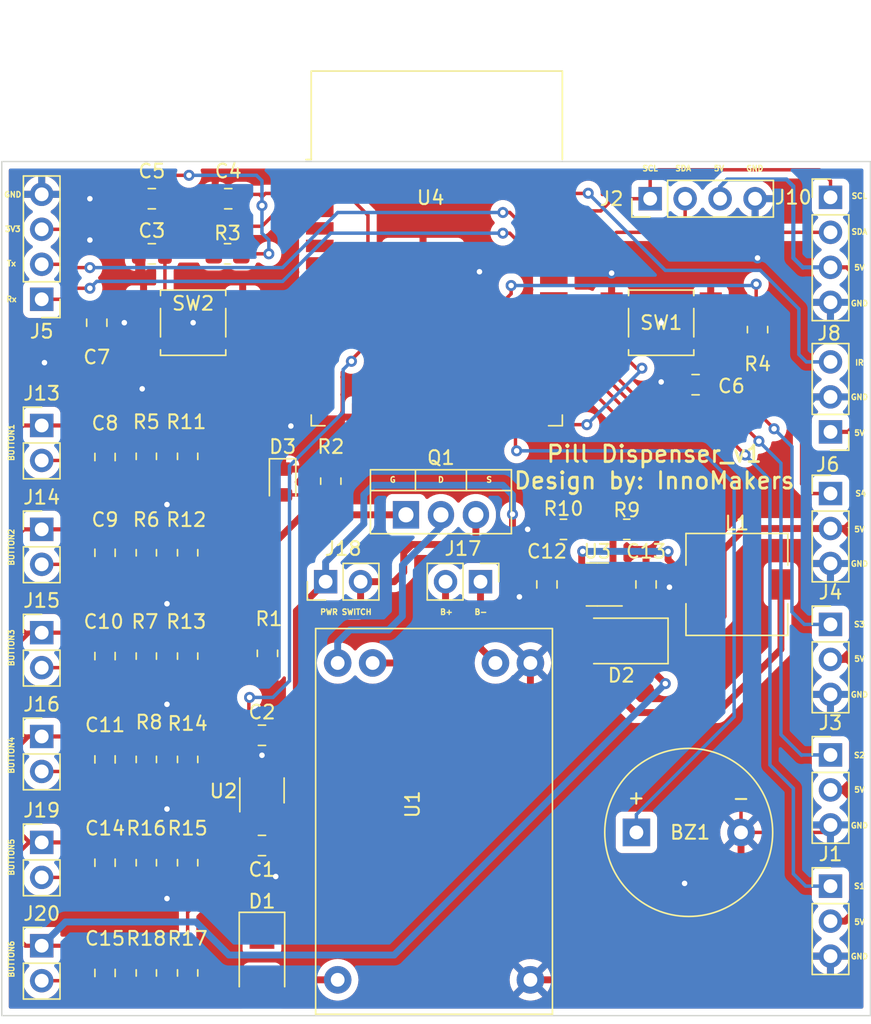
<source format=kicad_pcb>
(kicad_pcb (version 20211014) (generator pcbnew)
  (layers (0 "F.Cu" signal) (31 "B.Cu" signal) (34 "B.Paste" user) (35 "F.Paste" user) (36 "B.SilkS" user "B.Silkscreen") (37 "F.SilkS" user "F.Silkscreen") (38 "B.Mask" user) (39 "F.Mask" user) (44 "Edge.Cuts" user))
  (net 0 "")
  (net 1 "Buzzer")
  (net 2 "GND")
  (net 3 "VCC")
  (net 4 "+3V3")
  (net 5 "EN")
  (net 6 "IO0")
  (net 7 "USB")
  (net 8 "Net-(D2-Pad2)")
  (net 9 "SCL")
  (net 10 "SDA")
  (net 11 "Rx")
  (net 12 "Tx")
  (net 13 "Net-(Q1-Pad1)")
  (net 14 "Net-(C8-Pad1)")
  (net 15 "IO2")
  (net 16 "Button1")
  (net 17 "Button2")
  (net 18 "Button3")
  (net 19 "Servo2")
  (net 20 "Servo1")
  (net 21 "Button4")
  (net 22 "Servo3")
  (net 23 "Servo4")
  (net 24 "IR")
  (net 26 "+5V")
  (net 27 "Net-(D3-Pad2)")
  (net 28 "Net-(J17-Pad1)")
  (net 29 "Net-(C9-Pad1)")
  (net 30 "Net-(C10-Pad1)")
  (net 36 "Net-(C11-Pad1)")
  (net 37 "Net-(C14-Pad1)")
  (net 48 "Net-(C15-Pad1)")
  (net 49 "Net-(D1-Pad1)")
  (net 50 "Net-(J17-Pad2)")
  (net 51 "Net-(Q1-Pad2)")
  (net 52 "Net-(R10-Pad1)")
  (net 53 "Button5")
  (net 54 "Button6")
  (footprint "Capacitor_SMD:C_0805_2012Metric" (layer "F.Cu") (at 112.55 80 180)
    (fp_text reference "C4")
    (fp_text value "10uF")
  )
  (footprint "Resistor_SMD:R_0805_2012Metric_Pad1.20x1.40mm_HandSolder" (layer "F.Cu") (at 109.6 98.7 90)
    (fp_text reference "R11")
    (fp_text value "100")
  )
  (footprint "Connector_PinHeader_2.54mm:PinHeader_1x03_P2.54mm_Vertical" (layer "F.Cu") (at 156.3 101.4)
    (fp_text reference "J6")
    (fp_text value "Servo4")
  )
  (footprint "Connector_PinHeader_2.54mm:PinHeader_1x03_P2.54mm_Vertical" (layer "F.Cu") (at 156.3 110.9)
    (fp_text reference "J4")
    (fp_text value "Servo3")
  )
  (footprint "Connector_PinHeader_2.54mm:PinHeader_1x02_P2.54mm_Vertical" (layer "F.Cu") (at 99 111.5)
    (fp_text reference "J15")
    (fp_text value "Button3")
  )
  (footprint "Capacitor_SMD:C_0805_2012Metric" (layer "F.Cu") (at 142.9 108 90)
    (fp_text reference "C13")
    (fp_text value "47uF")
  )
  (footprint "Resistor_SMD:R_0805_2012Metric_Pad1.20x1.40mm_HandSolder" (layer "F.Cu") (at 109.6 128.2 90)
    (fp_text reference "R15")
    (fp_text value "100")
  )
  (footprint "Diode_SMD:D_SMA" (layer "F.Cu") (at 141.1 112.1 180)
    (fp_text reference "D2")
    (fp_text value "SS34")
  )
  (footprint "Resistor_SMD:R_0805_2012Metric_Pad1.20x1.40mm_HandSolder" (layer "F.Cu") (at 109.6 136.2 90)
    (fp_text reference "R17")
    (fp_text value "100")
  )
  (footprint "Capacitor_SMD:C_0805_2012Metric" (layer "F.Cu") (at 115 126.95)
    (fp_text reference "C1")
    (fp_text value "4.7uF")
  )
  (footprint "Package_TO_SOT_THT:TO-220-3_Vertical" (layer "F.Cu") (at 125.46 102.945)
    (fp_text reference "Q1")
    (fp_text value "IRF4905")
  )
  (footprint "Resistor_SMD:R_0805_2012Metric_Pad1.20x1.40mm_HandSolder" (layer "F.Cu") (at 106.6 113.2 90)
    (fp_text reference "R7")
    (fp_text value "10K")
  )
  (footprint "Capacitor_SMD:C_0805_2012Metric" (layer "F.Cu") (at 107 80)
    (fp_text reference "C5")
    (fp_text value "0.1uF")
  )
  (footprint "Resistor_SMD:R_0805_2012Metric_Pad1.20x1.40mm_HandSolder" (layer "F.Cu") (at 151 89.5 -90)
    (fp_text reference "R4")
    (fp_text value "10K")
  )
  (footprint "Resistor_SMD:R_0805_2012Metric_Pad1.20x1.40mm_HandSolder" (layer "F.Cu") (at 109.6 120.7 90)
    (fp_text reference "R14")
    (fp_text value "100")
  )
  (footprint "Connector_PinHeader_2.54mm:PinHeader_1x02_P2.54mm_Vertical" (layer "F.Cu") (at 99 96.46)
    (fp_text reference "J13")
    (fp_text value "Button1")
  )
  (footprint "Capacitor_SMD:C_0805_2012Metric" (layer "F.Cu") (at 103.6 128.2 90)
    (fp_text reference "C14")
    (fp_text value "0.1uF")
  )
  (footprint "Resistor_SMD:R_0805_2012Metric_Pad1.20x1.40mm_HandSolder" (layer "F.Cu") (at 112.5 84 180)
    (fp_text reference "R3")
    (fp_text value "10K")
  )
  (footprint "Package_TO_SOT_SMD:SOT-23-5_HandSoldering" (layer "F.Cu") (at 115 122.95 90)
    (fp_text reference "U2")
    (fp_text value "AP7366-33W5-7")
  )
  (footprint "Resistor_SMD:R_0805_2012Metric_Pad1.20x1.40mm_HandSolder" (layer "F.Cu") (at 120 100.5 -90)
    (fp_text reference "R2")
    (fp_text value "1K")
  )
  (footprint "Capacitor_SMD:C_0805_2012Metric" (layer "F.Cu") (at 135.7 108 -90)
    (fp_text reference "C12")
    (fp_text value "47uF")
  )
  (footprint "Resistor_SMD:R_0805_2012Metric_Pad1.20x1.40mm_HandSolder" (layer "F.Cu") (at 109.6 113.2 90)
    (fp_text reference "R13")
    (fp_text value "100")
  )
  (footprint "Capacitor_SMD:C_0805_2012Metric" (layer "F.Cu") (at 103.6 136.2 90)
    (fp_text reference "C15")
    (fp_text value "0.1uF")
  )
  (footprint "Connector_PinHeader_2.54mm:PinHeader_1x02_P2.54mm_Vertical" (layer "F.Cu") (at 99 119.035)
    (fp_text reference "J16")
    (fp_text value "Button4")
  )
  (footprint "Connector_PinHeader_2.54mm:PinHeader_1x03_P2.54mm_Vertical" (layer "F.Cu") (at 156.3 96.925 180)
    (fp_text reference "J8")
    (fp_text value "IR")
  )
  (footprint "Button_Switch_SMD:SW_SPST_TL3305A" (layer "F.Cu") (at 110 89)
    (fp_text reference "SW2")
    (fp_text value "SW_SPST")
  )
  (footprint "Capacitor_SMD:C_0805_2012Metric" (layer "F.Cu") (at 103 89 -90)
    (fp_text reference "C7")
    (fp_text value "0.1uF")
  )
  (footprint "Resistor_SMD:R_0805_2012Metric_Pad1.20x1.40mm_HandSolder" (layer "F.Cu") (at 141.5 104 180)
    (fp_text reference "R9")
    (fp_text value "14.7K")
  )
  (footprint "RF_Module:ESP32-WROOM-32" (layer "F.Cu") (at 127.7 86.6)
    (fp_text reference "U4")
    (fp_text value "ESP32-WROOM-32")
  )
  (footprint "Resistor_SMD:R_0805_2012Metric_Pad1.20x1.40mm_HandSolder" (layer "F.Cu") (at 106.6 120.7 90)
    (fp_text reference "R8")
    (fp_text value "10K")
  )
  (footprint "Connector_PinHeader_2.54mm:PinHeader_1x02_P2.54mm_Vertical" (layer "F.Cu") (at 99 134.225)
    (fp_text reference "J20")
    (fp_text value "Button6")
  )
  (footprint "Capacitor_SMD:C_0805_2012Metric" (layer "F.Cu") (at 115 118.95)
    (fp_text reference "C2")
    (fp_text value "10uF")
  )
  (footprint "Connector_PinHeader_2.54mm:PinHeader_1x02_P2.54mm_Vertical" (layer "F.Cu") (at 99 126.725)
    (fp_text reference "J19")
    (fp_text value "Button5")
  )
  (footprint "Resistor_SMD:R_0805_2012Metric_Pad1.20x1.40mm_HandSolder" (layer "F.Cu") (at 109.6 105.7 90)
    (fp_text reference "R12")
    (fp_text value "100")
  )
  (footprint "Connector_PinHeader_2.54mm:PinHeader_1x03_P2.54mm_Vertical" (layer "F.Cu") (at 156.3 120.375)
    (fp_text reference "J3")
    (fp_text value "Servo2")
  )
  (footprint "Connector_PinHeader_2.54mm:PinHeader_1x04_P2.54mm_Vertical" (layer "F.Cu") (at 156.3 79.9)
    (fp_text reference "J10")
    (fp_text value "RTC")
  )
  (footprint "Resistor_SMD:R_0805_2012Metric_Pad1.20x1.40mm_HandSolder" (layer "F.Cu") (at 106.6 128.2 90)
    (fp_text reference "R16")
    (fp_text value "10K")
  )
  (footprint "Capacitor_SMD:C_0805_2012Metric" (layer "F.Cu") (at 103.6 98.75 90)
    (fp_text reference "C8")
    (fp_text value "0.1uF")
  )
  (footprint "Inductor_SMD:L_7.3x7.3_H4.5" (layer "F.Cu") (at 149.5 108)
    (fp_text reference "L1")
    (fp_text value "22uH")
  )
  (footprint "Capacitor_SMD:C_0805_2012Metric" (layer "F.Cu") (at 103.6 105.7 90)
    (fp_text reference "C9")
    (fp_text value "0.1uF")
  )
  (footprint "Resistor_SMD:R_0805_2012Metric_Pad1.20x1.40mm_HandSolder" (layer "F.Cu") (at 136.9 104 180)
    (fp_text reference "R10")
    (fp_text value "2K")
  )
  (footprint "Package_TO_SOT_SMD:SOT-23-6" (layer "F.Cu") (at 139.3625 108 180)
    (fp_text reference "U3")
    (fp_text value "MT3608")
  )
  (footprint "Capacitor_SMD:C_0805_2012Metric" (layer "F.Cu") (at 107 84)
    (fp_text reference "C3")
    (fp_text value "0.1uF")
  )
  (footprint "Button_Switch_SMD:SW_SPST_TL3305A" (layer "F.Cu") (at 144 89)
    (fp_text reference "SW1")
    (fp_text value "SW_SPST")
  )
  (footprint "Buzzer_Beeper:Buzzer_12x9.5RM7.6" (layer "F.Cu") (at 142.2 126)
    (fp_text reference "BZ1")
    (fp_text value "Buzzer")
  )
  (footprint "Connector_PinHeader_2.54mm:PinHeader_1x04_P2.54mm_Vertical" (layer "F.Cu") (at 99 87.3 180)
    (fp_text reference "J5")
    (fp_text value "UART")
  )
  (footprint "Resistor_SMD:R_0805_2012Metric_Pad1.20x1.40mm_HandSolder" (layer "F.Cu") (at 106.6 136.2 90)
    (fp_text reference "R18")
    (fp_text value "10K")
  )
  (footprint "Connector_PinHeader_2.54mm:PinHeader_1x02_P2.54mm_Vertical" (layer "F.Cu") (at 130.875 107.8 -90)
    (fp_text reference "J17")
    (fp_text value "BAttery")
  )
  (footprint "Resistor_SMD:R_0805_2012Metric_Pad1.20x1.40mm_HandSolder" (layer "F.Cu") (at 115.4 113 90)
    (fp_text reference "R1")
    (fp_text value "10K")
  )
  (footprint "Diode_SMD:D_SMA" (layer "F.Cu") (at 115 135.2 -90)
    (fp_text reference "D1")
    (fp_text value "SS12")
  )
  (footprint "Resistor_SMD:R_0805_2012Metric_Pad1.20x1.40mm_HandSolder" (layer "F.Cu") (at 106.6 105.7 90)
    (fp_text reference "R6")
    (fp_text value "10K")
  )
  (footprint "My_Design:TP4056_Module" (layer "F.Cu") (at 136.1 139.2 90)
    (fp_text reference "U1")
    (fp_text value "TP4056_Module")
  )
  (footprint "Connector_PinHeader_2.54mm:PinHeader_1x03_P2.54mm_Vertical" (layer "F.Cu") (at 156.3 129.9)
    (fp_text reference "J1")
    (fp_text value "Servo1")
  )
  (footprint "Capacitor_SMD:C_0805_2012Metric" (layer "F.Cu") (at 103.6 113.2 90)
    (fp_text reference "C10")
    (fp_text value "0.1uF")
  )
  (footprint "Connector_PinHeader_2.54mm:PinHeader_1x02_P2.54mm_Vertical" (layer "F.Cu") (at 99 104)
    (fp_text reference "J14")
    (fp_text value "Button2")
  )
  (footprint "Connector_PinHeader_2.54mm:PinHeader_1x02_P2.54mm_Vertical" (layer "F.Cu") (at 119.625 107.8 90)
    (fp_text reference "J18")
    (fp_text value "Power Switch")
  )
  (footprint "Resistor_SMD:R_0805_2012Metric_Pad1.20x1.40mm_HandSolder" (layer "F.Cu") (at 106.6 98.7 90)
    (fp_text reference "R5")
    (fp_text value "10K")
  )
  (footprint "Capacitor_SMD:C_0805_2012Metric" (layer "F.Cu") (at 103.6 120.7 90)
    (fp_text reference "C11")
    (fp_text value "0.1uF")
  )
  (footprint "Connector_PinHeader_2.54mm:PinHeader_1x04_P2.54mm_Vertical" (layer "F.Cu") (at 143.2 80 90)
    (fp_text reference "J2")
    (fp_text value "LCD Display")
  )
  (footprint "Capacitor_SMD:C_0805_2012Metric" (layer "F.Cu") (at 146.5 93.5)
    (fp_text reference "C6")
    (fp_text value "0.1uF")
  )
  (footprint "LED_SMD:LED_0805_2012Metric" (layer "F.Cu") (at 116.5 100.562499 -90)
    (fp_text reference "D3")
    (fp_text value "LED")
  )
  (gr_poly (pts (xy 159.2 139.3) (xy 96.1 139.3) (xy 96.1 77.3) (xy 159.2 77.3)) (layer "Edge.Cuts") (width 0.1) (fill none))
  (gr_text "D" (at 128 100.4) (layer "F.SilkS") (effects (font (size 0.4 0.4) (thickness 0.1))))
  (gr_text "5V" (at 158.4 85) (layer "F.SilkS") (effects (font (size 0.4 0.4) (thickness 0.1))))
  (gr_text "5V" (at 148.2 77.8) (layer "F.SilkS") (effects (font (size 0.4 0.4) (thickness 0.1))))
  (gr_text "BUTTON4" (at 96.8 120.4 90) (layer "F.SilkS") (effects (font (size 0.4 0.4) (thickness 0.1))))
  (gr_text "3V3" (at 96.9 82.2) (layer "F.SilkS") (effects (font (size 0.4 0.4) (thickness 0.1))))
  (gr_text "Tx" (at 96.8 84.7) (layer "F.SilkS") (effects (font (size 0.4 0.4) (thickness 0.1))))
  (gr_text "S1" (at 158.4 129.9) (layer "F.SilkS") (effects (font (size 0.4 0.4) (thickness 0.1))))
  (gr_text "GND" (at 150.8 77.8) (layer "F.SilkS") (effects (font (size 0.4 0.4) (thickness 0.1))))
  (gr_text "5V" (at 158.4 104) (layer "F.SilkS") (effects (font (size 0.4 0.4) (thickness 0.1))))
  (gr_text "Pill Dispenser_v1\nDesign by: InnoMakers" (at 143.5 99.5) (layer "F.SilkS") (effects (font (size 1.2 1.2) (thickness 0.2))))
  (gr_text "GND" (at 158.4 125.5) (layer "F.SilkS") (effects (font (size 0.4 0.4) (thickness 0.1))))
  (gr_text "GND" (at 158.4 135) (layer "F.SilkS") (effects (font (size 0.4 0.4) (thickness 0.1))))
  (gr_text "B+" (at 128.4 110) (layer "F.SilkS") (effects (font (size 0.4 0.4) (thickness 0.1))))
  (gr_text "B-" (at 130.9 110) (layer "F.SilkS") (effects (font (size 0.4 0.4) (thickness 0.1))))
  (gr_text "S3" (at 158.4 110.9) (layer "F.SilkS") (effects (font (size 0.4 0.4) (thickness 0.1))))
  (gr_text "PWR SWITCH" (at 121.1 110) (layer "F.SilkS") (effects (font (size 0.4 0.4) (thickness 0.1))))
  (gr_text "-" (at 149.8 123.5) (layer "F.SilkS") (effects (font (size 1 1))))
  (gr_text "GND" (at 96.9 79.7) (layer "F.SilkS") (effects (font (size 0.4 0.4) (thickness 0.1))))
  (gr_text "BUTTON3" (at 96.8 112.6 90) (layer "F.SilkS") (effects (font (size 0.4 0.4) (thickness 0.1))))
  (gr_text "GND" (at 158.4 116) (layer "F.SilkS") (effects (font (size 0.4 0.4) (thickness 0.1))))
  (gr_text "5V" (at 158.4 132.5) (layer "F.SilkS") (effects (font (size 0.4 0.4) (thickness 0.1))))
  (gr_text "5V" (at 158.4 113.4) (layer "F.SilkS") (effects (font (size 0.4 0.4) (thickness 0.1))))
  (gr_text "BUTTON6" (at 96.8 135.2 90) (layer "F.SilkS") (effects (font (size 0.4 0.4) (thickness 0.1))))
  (gr_text "SDA" (at 145.6 77.8) (layer "F.SilkS") (effects (font (size 0.4 0.4) (thickness 0.1))))
  (gr_text "BUTTON1" (at 96.8 97.7 90) (layer "F.SilkS") (effects (font (size 0.4 0.4) (thickness 0.1))))
  (gr_text "S4" (at 158.5 101.4) (layer "F.SilkS") (effects (font (size 0.4 0.4) (thickness 0.1))))
  (gr_text "GND" (at 158.4 94.4) (layer "F.SilkS") (effects (font (size 0.4 0.4) (thickness 0.1))))
  (gr_text "BUTTON2" (at 96.8 105.3 90) (layer "F.SilkS") (effects (font (size 0.4 0.4) (thickness 0.1))))
  (gr_text "SCL" (at 143.2 77.8) (layer "F.SilkS") (effects (font (size 0.4 0.4) (thickness 0.1))))
  (gr_text "S2" (at 158.4 120.4) (layer "F.SilkS") (effects (font (size 0.4 0.4) (thickness 0.1))))
  (gr_text "GND" (at 158.4 106.5) (layer "F.SilkS") (effects (font (size 0.4 0.4) (thickness 0.1))))
  (gr_text "5V" (at 158.4 97) (layer "F.SilkS") (effects (font (size 0.4 0.4) (thickness 0.1))))
  (gr_text "BUTTON5" (at 96.8 127.8 90) (layer "F.SilkS") (effects (font (size 0.4 0.4) (thickness 0.1))))
  (gr_text "IR" (at 158.4 91.9) (layer "F.SilkS") (effects (font (size 0.4 0.4) (thickness 0.1))))
  (gr_text "S" (at 131.5 100.4) (layer "F.SilkS") (effects (font (size 0.4 0.4) (thickness 0.1))))
  (gr_text "5V" (at 158.4 122.9) (layer "F.SilkS") (effects (font (size 0.4 0.4) (thickness 0.1))))
  (gr_text "SDA" (at 158.4 82.4) (layer "F.SilkS") (effects (font (size 0.4 0.4) (thickness 0.1))))
  (gr_text "GND" (at 158.4 87.6) (layer "F.SilkS") (effects (font (size 0.4 0.4) (thickness 0.1))))
  (gr_text "SCL" (at 158.4 79.8) (layer "F.SilkS") (effects (font (size 0.4 0.4) (thickness 0.1))))
  (gr_text "Rx" (at 96.8 87.3) (layer "F.SilkS") (effects (font (size 0.4 0.4) (thickness 0.1))))
  (gr_text "G" (at 124.5 100.4) (layer "F.SilkS") (effects (font (size 0.4 0.4) (thickness 0.1))))
  (segment (start 133.415 95.855) (end 133.415 98.215) (width 0.25) (layer "F.Cu") (net 1))
  (segment (start 133.415 98.215) (end 133.5 98.3) (width 0.25) (layer "F.Cu") (net 1))
  (via (at 133.5 98.3) (size 0.8) (drill 0.4) (layers "F.Cu" "B.Cu") (net 1))
  (segment (start 142.2 124.7) (end 142.2 126) (width 0.25) (layer "B.Cu") (net 1))
  (segment (start 149.3 100.7) (end 149.3 117.6) (width 0.25) (layer "B.Cu") (net 1))
  (segment (start 149.3 117.6) (end 142.2 124.7) (width 0.25) (layer "B.Cu") (net 1))
  (segment (start 133.5 98.3) (end 146.9 98.3) (width 0.25) (layer "B.Cu") (net 1))
  (segment (start 146.9 98.3) (end 149.3 100.7) (width 0.25) (layer "B.Cu") (net 1))
  (segment (start 106.4 84.35) (end 106.4 87.5) (width 0.25) (layer "F.Cu") (net 2))
  (segment (start 156.3 134.98) (end 149.42 134.98) (width 0.5) (layer "F.Cu") (net 2))
  (segment (start 140.5 108) (end 141.5 108) (width 0.5) (layer "F.Cu") (net 2))
  (segment (start 135.9 104) (end 134.3 104) (width 0.5) (layer "F.Cu") (net 2))
  (segment (start 149.8 120.7) (end 154.52 115.98) (width 0.25) (layer "F.Cu") (net 2))
  (segment (start 106.6 118.2) (end 106.6 119.7) (width 0.25) (layer "F.Cu") (net 2))
  (segment (start 149.8 126) (end 149.8 120.7) (width 0.25) (layer "F.Cu") (net 2))
  (segment (start 116.5 97.1) (end 117.1 96.5) (width 0.25) (layer "F.Cu") (net 2))
  (segment (start 108.1 116.7) (end 106.6 118.2) (width 0.25) (layer "F.Cu") (net 2))
  (segment (start 112 87.5) (end 110.5 89) (width 0.25) (layer "F.Cu") (net 2))
  (segment (start 140.66 136.7) (end 142.38 134.98) (width 0.5) (layer "F.Cu") (net 2))
  (segment (start 104.5 87.5) (end 106.4 87.5) (width 0.25) (layer "F.Cu") (net 2))
  (segment (start 108.1 130.8) (end 106.6 132.3) (width 0.25) (layer "F.Cu") (net 2))
  (segment (start 115 125.6) (end 115.95 126.55) (width 0.25) (layer "F.Cu") (net 2))
  (segment (start 144 87.6) (end 143.9 87.5) (width 0.25) (layer "F.Cu") (net 2))
  (segment (start 151 84.3) (end 149 84.3) (width 0.25) (layer "F.Cu") (net 2))
  (segment (start 143.9 87.5) (end 147.6 87.5) (width 0.25) (layer "F.Cu") (net 2))
  (segment (start 130.8 85.3) (end 130.7 85.2) (width 0.25) (layer "F.Cu") (net 2))
  (segment (start 102.5 83) (end 103.5 84) (width 0.25) (layer "F.Cu") (net 2))
  (segment (start 106.6 103.7) (end 106.6 104.7) (width 0.25) (layer "F.Cu") (net 2))
  (segment (start 141.5 108) (end 142.45 107.05) (width 0.5) (layer "F.Cu") (net 2))
  (segment (start 106.05 82.45) (end 106.05 84) (width 0.25) (layer "F.Cu") (net 2))
  (segment (start 155.755 126) (end 156.3 125.455) (width 0.25) (layer "F.Cu") (net 2))
  (segment (start 130.7 85.2) (end 130.7 79.1) (width 0.25) (layer "F.Cu") (net 2))
  (segment (start 140.4 87.5) (end 143.9 87.5) (width 0.25) (layer "F.Cu") (net 2))
  (segment (start 106.6 132.3) (end 106.6 135.2) (width 0.25) (layer "F.Cu") (net 2))
  (segment (start 117.1 96.5) (end 117.745 95.855) (width 0.25) (layer "F.Cu") (net 2))
  (segment (start 112.155 78.345) (end 119.2 78.345) (width 0.25) (layer "F.Cu") (net 2))
  (segment (start 142.9 107.05) (end 143.45 107.05) (width 0.5) (layer "F.Cu") (net 2))
  (segment (start 129.945 78.345) (end 130.7 79.1) (width 0.25) (layer "F.Cu") (net 2))
  (segment (start 149.42 134.98) (end 142.38 134.98) (width 0.5) (layer "F.Cu") (net 2))
  (segment (start 135.7 112.5) (end 134.5 113.7) (width 0.5) (layer "F.Cu") (net 2))
  (segment (start 107.95 80) (end 107.95 81.55) (width 0.25) (layer "F.Cu") (net 2))
  (segment (start 144 93.3) (end 145.35 93.3) (width 0.25) (layer "F.Cu") (net 2))
  (segment (start 133.75 108.95) (end 133.7 108.9) (width 0.5) (layer "F.Cu") (net 2))
  (segment (start 103 88.05) (end 103.95 88.05) (width 0.25) (layer "F.Cu") (net 2))
  (segment (start 104.05 88.05) (end 103.95 88.05) (width 0.25) (layer "F.Cu") (net 2))
  (segment (start 142.45 107.05) (end 142.9 107.05) (width 0.5) (layer "F.Cu") (net 2))
  (segment (start 115.95 129.15) (end 116 129.2) (width 0.25) (layer "F.Cu") (net 2))
  (segment (start 117.745 95.855) (end 121.985 95.855) (width 0.25) (layer "F.Cu") (net 2))
  (segment (start 106.5 82) (end 106.05 82.45) (width 0.25) (layer "F.Cu") (net 2))
  (segment (start 156.3 106.48) (end 154.82 106.48) (width 0.25) (layer "F.Cu") (net 2))
  (segment (start 115.95 114.55) (end 115.95 118.95) (width 0.5) (layer "F.Cu") (net 2))
  (segment (start 103.95 88.05) (end 104.5 87.5) (width 0.25) (layer "F.Cu") (net 2))
  (segment (start 115.95 126.95) (end 115.95 129.15) (width 0.25) (layer "F.Cu") (net 2))
  (segment (start 108.1 124.3) (end 106.6 125.8) (width 0.25) (layer "F.Cu") (net 2))
  (segment (start 106.6 110.9) (end 106.6 112.2) (width 0.25) (layer "F.Cu") (net 2))
  (segment (start 116.5 99.624999) (end 116.5 97.1) (width 0.25) (layer "F.Cu") (net 2))
  (segment (start 115 119.9) (end 115.95 118.95) (width 0.25) (layer "F.Cu") (net 2))
  (segment (start 149 84.3) (end 147.6 85.7) (width 0.25) (layer "F.Cu") (net 2))
  (segment (start 106.6 97.7) (end 106.6 94.1) (width 0.25) (layer "F.Cu") (net 2))
  (segment (start 119.2 78.345) (end 126.645 78.345) (width 0.25) (layer "F.Cu") (net 2))
  (segment (start 115.4 114) (end 115.95 114.55) (width 0.5) (layer "F.Cu") (net 2))
  (segment (start 110.5 89) (end 110 89) (width 0.25) (layer "F.Cu") (net 2))
  (segment (start 107.95 80) (end 111.6 80) (width 0.25) (layer "F.Cu") (net 2))
  (segment (start 142.38 134.98) (end 134.5 127.1) (width 0.5) (layer "F.Cu") (net 2))
  (segment (start 102.18 79.68) (end 99 79.68) (width 0.25) (layer "F.Cu") (net 2))
  (segment (start 106.05 84) (end 106.4 84.35) (width 0.25) (layer "F.Cu") (net 2))
  (segment (start 115 120.3) (end 115 119.9) (width 0.25) (layer "F.Cu") (net 2))
  (segment (start 149.8 134.6) (end 149.8 126) (width 0.5) (layer "F.Cu") (net 2))
  (segment (start 143.45 107.05) (end 144.6 108.2) (width 0.5) (layer "F.Cu") (net 2))
  (segment (start 126.7 78.4) (end 126.645 78.345) (width 0.25) (layer "F.Cu") (net 2))
  (segment (start 154.2 115.66) (end 154.52 115.98) (width 0.25) (layer "F.Cu") (net 2))
  (segment (start 147.6 85.7) (end 147.6 87.5) (width 0.25) (layer "F.Cu") (net 2))
  (segment (start 145.35 93.3) (end 145.55 93.5) (width 0.25) (layer "F.Cu") (net 2))
  (segment (start 115 124.3) (end 115 125.6) (width 0.25) (layer "F.Cu") (net 2))
  (segment (start 154.2 107.1) (end 154.2 115.66) (width 0.25) (layer "F.Cu") (net 2))
  (segment (start 144 89) (end 144 87.6) (width 0.25) (layer "F.Cu") (net 2))
  (segment (start 130.7 79.1) (end 131.455 78.345) (width 0.25) (layer "F.Cu") (net 2))
  (segment (start 154.22 87.52) (end 156.3 87.52) (width 0.25) (layer "F.Cu") (net 2))
  (segment (start 151 84.3) (end 154.22 87.52) (width 0.25) (layer "F.Cu") (net 2))
  (segment (start 135.7 108.95) (end 133.75 108.95) (width 0.5) (layer "F.Cu") (net 2))
  (segment (start 107.5 82) (end 106.5 82) (width 0.25) (layer "F.Cu") (net 2))
  (segment (start 102.5 80) (end 102.18 79.68) (width 0.25) (layer "F.Cu") (net 2))
  (segment (start 105 89) (end 104.05 88.05) (width 0.25) (layer "F.Cu") (net 2))
  (segment (start 106.6 125.8) (end 106.6 127.2) (width 0.25) (layer "F.Cu") (net 2))
  (segment (start 108.1 102.2) (end 106.6 103.7) (width 0.25) (layer "F.Cu") (net 2))
  (segment (start 154.82 106.48) (end 154.2 107.1) (width 0.25) (layer "F.Cu") (net 2))
  (segment (start 107.95 81.55) (end 107.5 82) (width 0.25) (layer "F.Cu") (net 2))
  (segment (start 134.5 127.1) (end 134.5 113.7) (width 0.5) (layer "F.Cu") (net 2))
  (segment (start 111.6 80) (end 111.6 78.9) (width 0.25) (layer "F.Cu") (net 2))
  (segment (start 111.6 78.9) (end 112.155 78.345) (width 0.25) (layer "F.Cu") (net 2))
  (segment (start 126.645 78.345) (end 129.945 78.345) (width 0.25) (layer "F.Cu") (net 2))
  (segment (start 106.6 94.1) (end 106.3 93.8) (width 0.25) (layer "F.Cu") (net 2))
  (segment (start 149.8 126) (end 155.755 126) (width 0.25) (layer "F.Cu") (net 2))
  (segment (start 134.5 136.7) (end 140.66 136.7) (width 0.5) (layer "F.Cu") (net 2))
  (segment (start 113.6 87.5) (end 112 87.5) (width 0.25) (layer "F.Cu") (net 2))
  (segment (start 140.4 85.4) (end 140.4 87.5) (width 0.25) (layer "F.Cu") (net 2))
  (segment (start 103.5 84) (end 106.05 84) (width 0.25) (layer "F.Cu") (net 2))
  (segment (start 108.1 109.4) (end 106.6 110.9) (width 0.25) (layer "F.Cu") (net 2))
  (segment (start 149.42 134.98) (end 149.8 134.6) (width 0.5) (layer "F.Cu") (net 2))
  (segment (start 154.52 115.98) (end 156.3 115.98) (width 0.25) (layer "F.Cu") (net 2))
  (segment (start 115.95 126.55) (end 115.95 126.95) (width 0.25) (layer "F.Cu") (net 2))
  (segment (start 131.455 78.345) (end 136.2 78.345) (width 0.25) (layer "F.Cu") (net 2))
  (segment (start 126.7 85.845) (end 126.7 78.4) (width 0.25) (layer "F.Cu") (net 2))
  (segment (start 135.7 108.95) (end 135.7 112.5) (width 0.5) (layer "F.Cu") (net 2))
  (via (at 106.3 93.8) (size 0.8) (drill 0.4) (layers "F.Cu" "B.Cu") (net 2))
  (via (at 108.1 124.3) (size 0.8) (drill 0.4) (layers "F.Cu" "B.Cu") (net 2))
  (via (at 115 120.4) (size 0.8) (drill 0.4) (layers "F.Cu" "B.Cu") (net 2))
  (via (at 140.4 85.4) (size 0.8) (drill 0.4) (layers "F.Cu" "B.Cu") (net 2))
  (via (at 130.8 85.3) (size 0.8) (drill 0.4) (layers "F.Cu" "B.Cu") (net 2))
  (via (at 102.5 80) (size 0.8) (drill 0.4) (layers "F.Cu" "B.Cu") (net 2))
  (via (at 151 84.3) (size 0.8) (drill 0.4) (layers "F.Cu" "B.Cu") (net 2))
  (via (at 144 89) (size 0.8) (drill 0.4) (layers "F.Cu" "B.Cu") (net 2))
  (via (at 144 93.3) (size 0.8) (drill 0.4) (layers "F.Cu" "B.Cu") (net 2))
  (via (at 102.5 83) (size 0.8) (drill 0.4) (layers "F.Cu" "B.Cu") (net 2))
  (via (at 105 89) (size 0.8) (drill 0.4) (layers "F.Cu" "B.Cu") (net 2))
  (via (at 108.1 102.2) (size 0.8) (drill 0.4) (layers "F.Cu" "B.Cu") (net 2))
  (via (at 108.1 130.8) (size 0.8) (drill 0.4) (layers "F.Cu" "B.Cu") (net 2))
  (via (at 134.3 104) (size 0.8) (drill 0.4) (layers "F.Cu" "B.Cu") (net 2))
  (via (at 108.1 109.4) (size 0.8) (drill 0.4) (layers "F.Cu" "B.Cu") (net 2))
  (via (at 99.2 91.9) (size 0.8) (drill 0.4) (layers "F.Cu" "B.Cu") (net 2))
  (via (at 108.1 116.7) (size 0.8) (drill 0.4) (layers "F.Cu" "B.Cu") (net 2))
  (via (at 144.6 108.2) (size 0.8) (drill 0.4) (layers "F.Cu" "B.Cu") (net 2))
  (via (at 110 89) (size 0.8) (drill 0.4) (layers "F.Cu" "B.Cu") (net 2))
  (via (at 133.7 108.9) (size 0.8) (drill 0.4) (layers "F.Cu" "B.Cu") (net 2))
  (via (at 117.1 96.5) (size 0.8) (drill 0.4) (layers "F.Cu" "B.Cu") (net 2))
  (via (at 145.7 129.7) (size 0.8) (drill 0.4) (layers "F.Cu" "B.Cu") (net 2))
  (via (at 116 129.2) (size 0.8) (drill 0.4) (layers "F.Cu" "B.Cu") (net 2))
  (segment (start 158.2 93.8) (end 157.615 94.385) (width 0.25) (layer "B.Cu") (net 2))
  (segment (start 157.615 94.385) (end 156.3 94.385) (width 0.25) (layer "B.Cu") (net 2))
  (segment (start 143.8 110.4) (end 144.6 109.6) (width 0.5) (layer "B.Cu") (net 2))
  (segment (start 130.8 85.3) (end 140.3 85.3) (width 0.25) (layer "B.Cu") (net 2))
  (segment (start 133.7 108.9) (end 133.7 104.6) (width 0.5) (layer "B.Cu") (net 2))
  (segment (start 157.62 87.52) (end 158.2 88.1) (width 0.25) (layer "B.Cu") (net 2))
  (segment (start 133.7 109.6) (end 134.5 110.4) (width 0.5) (layer "B.Cu") (net 2))
  (segment (start 108.1 109.4) (end 108.1 116.7) (width 0.25) (layer "B.Cu") (net 2))
  (segment (start 115 120.4) (end 113.1 120.4) (width 0.25) (layer "B.Cu") (net 2))
  (segment (start 110 89.4) (end 117.1 96.5) (width 0.25) (layer "B.Cu") (net 2))
  (segment (start 106.3 93.8) (end 105 92.5) (width 0.25) (layer "B.Cu") (net 2))
  (segment (start 144 93.3) (end 144 89) (width 0.25) (layer "B.Cu") (net 2))
  (segment (start 156.3 87.52) (end 157.62 87.52) (width 0.25) (layer "B.Cu") (net 2))
  (segment (start 113.1 120.4) (end 112.2 121.3) (width 0.25) (layer "B.Cu") (net 2))
  (segment (start 108.1 124.3) (end 108.1 130.8) (width 0.25) (layer "B.Cu") (net 2))
  (segment (start 108.1 116.7) (end 108.1 124.3) (width 0.25) (layer "B.Cu") (net 2))
  (segment (start 112.2 125.4) (end 112.2 128.3) (width 0.25) (layer "B.Cu") (net 2))
  (segment (start 150.82 80) (end 150.82 84.12) (width 0.25) (layer "B.Cu") (net 2))
  (segment (start 112.2 128.3) (end 113.1 129.2) (width 0.25) (layer "B.Cu") (net 2))
  (segment (start 110 89) (end 110 89.4) (width 0.25) (layer "B.Cu") (net 2))
  (segment (start 155.315 94.385) (end 154.4 95.3) (width 0.25) (layer "B.Cu") (net 2))
  (segment (start 112.2 123.2) (end 111.1 124.3) (width 0.25) (layer "B.Cu") (net 2))
  (segment (start 107.4 93.8) (end 108.1 94.5) (width 0.25) (layer "B.Cu") (net 2))
  (segment (start 144.6 109.4) (end 144.6 108.2) (width 0.5) (layer "B.Cu") (net 2))
  (segment (start 108.1 124.3) (end 111.1 124.3) (width 0.25) (layer "B.Cu") (net 2))
  (segment (start 133.7 104.6) (end 134.3 104) (width 0.5) (layer "B.Cu") (net 2))
  (segment (start 133.7 108.9) (end 133.7 109.6) (width 0.5) (layer "B.Cu") (net 2))
  (segment (start 154.98 106.48) (end 156.3 106.48) (width 0.25) (layer "B.Cu") (net 2))
  (segment (start 108.1 94.5) (end 108.1 102.2) (width 0.25) (layer "B.Cu") (net 2))
  (segment (start 144.6 109.6) (end 144.6 108.2) (width 0.5) (layer "B.Cu") (net 2))
  (segment (start 158.2 88.1) (end 158.2 93.8) (width 0.25) (layer "B.Cu") (net 2))
  (segment (start 150.82 84.12) (end 151 84.3) (width 0.25) (layer "B.Cu") (net 2))
  (segment (start 154.4 95.3) (end 154.4 105.9) (width 0.25) (layer "B.Cu") (net 2))
  (segment (start 111.1 124.3) (end 112.2 125.4) (width 0.25) (layer "B.Cu") (net 2))
  (segment (start 113.1 129.2) (end 116 129.2) (width 0.25) (layer "B.Cu") (net 2))
  (segment (start 154.4 105.9) (end 154.98 106.48) (width 0.25) (layer "B.Cu") (net 2))
  (segment (start 134.5 110.4) (end 143.8 110.4) (width 0.5) (layer "B.Cu") (net 2))
  (segment (start 102.5 80) (end 102.5 83) (width 0.25) (layer "B.Cu") (net 2))
  (segment (start 106.3 93.8) (end 107.4 93.8) (width 0.25) (layer "B.Cu") (net 2))
  (segment (start 108.1 102.2) (end 108.1 109.4) (width 0.25) (layer "B.Cu") (net 2))
  (segment (start 156.3 94.385) (end 155.315 94.385) (width 0.25) (layer "B.Cu") (net 2))
  (segment (start 140.3 85.3) (end 140.4 85.4) (width 0.25) (layer "B.Cu") (net 2))
  (segment (start 105 89) (end 110 89) (width 0.25) (layer "B.Cu") (net 2))
  (segment (start 105 92.5) (end 105 89) (width 0.25) (layer "B.Cu") (net 2))
  (segment (start 112.2 121.3) (end 112.2 123.2) (width 0.25) (layer "B.Cu") (net 2))
  (segment (start 134.45 107.05) (end 135.7 107.05) (width 0.5) (layer "F.Cu") (net 3))
  (segment (start 114.05 130.15) (end 114.6 130.7) (width 0.5) (layer "F.Cu") (net 3))
  (segment (start 138.225 107.05) (end 138.225 105.675) (width 0.5) (layer "F.Cu") (net 3))
  (segment (start 115.7 123) (end 114.2 123) (width 0.5) (layer "F.Cu") (net 3))
  (segment (start 114.6 130.7) (end 117.1 130.7) (width 0.5) (layer "F.Cu") (net 3))
  (segment (start 138.225 108) (end 138.225 107.05) (width 0.5) (layer "F.Cu") (net 3))
  (segment (start 133.2 105.8) (end 134.45 107.05) (width 0.5) (layer "F.Cu") (net 3))
  (segment (start 144.5 106.2) (end 146.3 108) (width 0.5) (layer "F.Cu") (net 3))
  (segment (start 115.95 124.3) (end 115.95 123.25) (width 0.5) (layer "F.Cu") (net 3))
  (segment (start 144.5 105.6) (end 144.5 106.2) (width 0.5) (layer "F.Cu") (net 3))
  (segment (start 114.05 123.15) (end 114.05 124.3) (width 0.5) (layer "F.Cu") (net 3))
  (segment (start 114.05 126.95) (end 114.05 124.3) (width 0.5) (layer "F.Cu") (net 3))
  (segment (start 114.05 126.95) (end 114.05 130.15) (width 0.5) (layer "F.Cu") (net 3))
  (segment (start 133.2 102.9) (end 133.2 105.8) (width 0.5) (layer "F.Cu") (net 3))
  (segment (start 117.5 109.925) (end 119.625 107.8) (width 0.5) (layer "F.Cu") (net 3))
  (segment (start 135.7 107.05) (end 138.225 107.05) (width 0.5) (layer "F.Cu") (net 3))
  (segment (start 115.95 123.25) (end 115.7 123) (width 0.5) (layer "F.Cu") (net 3))
  (segment (start 117.1 130.7) (end 117.5 130.3) (width 0.5) (layer "F.Cu") (net 3))
  (segment (start 117.5 130.3) (end 117.5 109.925) (width 0.5) (layer "F.Cu") (net 3))
  (segment (start 114.2 123) (end 114.05 123.15) (width 0.5) (layer "F.Cu") (net 3))
  (segment (start 138.225 105.675) (end 138.3 105.6) (width 0.5) (layer "F.Cu") (net 3))
  (via (at 138.3 105.6) (size 0.8) (drill 0.4) (layers "F.Cu" "B.Cu") (net 3))
  (via (at 144.5 105.6) (size 0.8) (drill 0.4) (layers "F.Cu" "B.Cu") (net 3))
  (via (at 133.2 102.9) (size 0.8) (drill 0.4) (layers "F.Cu" "B.Cu") (net 3))
  (segment (start 119.625 107.8) (end 119.625 106.375) (width 0.5) (layer "B.Cu") (net 3))
  (segment (start 122.4 101.5) (end 123.1 100.8) (width 0.5) (layer "B.Cu") (net 3))
  (segment (start 132.5 100.8) (end 133.2 101.5) (width 0.5) (layer "B.Cu") (net 3))
  (segment (start 123.1 100.8) (end 132.5 100.8) (width 0.5) (layer "B.Cu") (net 3))
  (segment (start 122.4 103.6) (end 122.4 101.5) (width 0.5) (layer "B.Cu") (net 3))
  (segment (start 138.3 105.6) (end 144.5 105.6) (width 0.5) (layer "B.Cu") (net 3))
  (segment (start 119.625 106.375) (end 122.4 103.6) (width 0.5) (layer "B.Cu") (net 3))
  (segment (start 133.2 101.5) (end 133.2 102.9) (width 0.5) (layer "B.Cu") (net 3))
  (segment (start 101.5 81.5) (end 100.78 82.22) (width 0.25) (layer "F.Cu") (net 4))
  (segment (start 113.815 79.685) (end 113.5 80) (width 0.25) (layer "F.Cu") (net 4))
  (segment (start 114.05 118.95) (end 114.05 116.25) (width 0.25) (layer "F.Cu") (net 4))
  (segment (start 115 79.87) (end 114.815 79.685) (width 0.25) (layer "F.Cu") (net 4))
  (segment (start 105 80) (end 103.5 81.5) (width 0.25) (layer "F.Cu") (net 4))
  (segment (start 121.5 91.7) (end 123.2 90) (width 0.25) (layer "F.Cu") (net 4))
  (segment (start 106.1 78.3) (end 109.7 78.3) (width 0.25) (layer "F.Cu") (net 4))
  (segment (start 103.5 81.5) (end 101.5 81.5) (width 0.25) (layer "F.Cu") (net 4))
  (segment (start 106.05 80) (end 105 80) (width 0.25) (layer "F.Cu") (net 4))
  (segment (start 115 79.87) (end 115.255 79.615) (width 0.25) (layer "F.Cu") (net 4))
  (segment (start 150.9 88.4) (end 151 88.5) (width 0.25) (layer "F.Cu") (net 4))
  (segment (start 106.1 79.95) (end 106.1 78.3) (width 0.25) (layer "F.Cu") (net 4))
  (segment (start 114.05 121.6) (end 114.05 118.95) (width 0.25) (layer "F.Cu") (net 4))
  (segment (start 115.5 84) (end 113.5 84) (width 0.25) (layer "F.Cu") (net 4))
  (segment (start 150.9 86.2) (end 150.9 88.4) (width 0.25) (layer "F.Cu") (net 4))
  (segment (start 121.115 79.615) (end 122.7 81.2) (width 0.25) (layer "F.Cu") (net 4))
  (segment (start 130 90) (end 133.1 86.9) (width 0.25) (layer "F.Cu") (net 4))
  (segment (start 115 80.5) (end 115 79.87) (width 0.25) (layer "F.Cu") (net 4))
  (segment (start 133.1 86.9) (end 133.1 86.3) (width 0.25) (layer "F.Cu") (net 4))
  (segment (start 114.815 79.685) (end 113.815 79.685) (width 0.25) (layer "F.Cu") (net 4))
  (segment (start 121.5 91.8) (end 121.5 91.7) (width 0.25) (layer "F.Cu") (net 4))
  (segment (start 119.2 79.615) (end 121.115 79.615) (width 0.25) (layer "F.Cu") (net 4))
  (segment (start 106.05 80) (end 106.1 79.95) (width 0.25) (layer "F.Cu") (net 4))
  (segment (start 100.78 82.22) (end 99 82.22) (width 0.25) (layer "F.Cu") (net 4))
  (segment (start 123.2 90) (end 130 90) (width 0.25) (layer "F.Cu") (net 4))
  (segment (start 114.05 116.25) (end 114.1 116.2) (width 0.25) (layer "F.Cu") (net 4))
  (segment (start 122.7 89.5) (end 123.2 90) (width 0.25) (layer "F.Cu") (net 4))
  (segment (start 115.255 79.615) (end 119.2 79.615) (width 0.25) (layer "F.Cu") (net 4))
  (segment (start 122.7 81.2) (end 122.7 89.5) (width 0.25) (layer "F.Cu") (net 4))
  (via (at 115 80.5) (size 0.8) (drill 0.4) (layers "F.Cu" "B.Cu") (net 4))
  (via (at 133.1 86.3) (size 0.8) (drill 0.4) (layers "F.Cu" "B.Cu") (net 4))
  (via (at 121.5 91.8) (size 0.8) (drill 0.4) (layers "F.Cu" "B.Cu") (net 4))
  (via (at 114.1 116.2) (size 0.8) (drill 0.4) (layers "F.Cu" "B.Cu") (net 4))
  (via (at 150.9 86.2) (size 0.8) (drill 0.4) (layers "F.Cu" "B.Cu") (net 4))
  (via (at 115.5 84) (size 0.8) (drill 0.4) (layers "F.Cu" "B.Cu") (net 4))
  (via (at 109.7 78.3) (size 0.8) (drill 0.4) (layers "F.Cu" "B.Cu") (net 4))
  (segment (start 115 80.5) (end 115 82.5) (width 0.25) (layer "B.Cu") (net 4))
  (segment (start 120.9 95.5) (end 117 99.4) (width 0.25) (layer "B.Cu") (net 4))
  (segment (start 109.7 78.3) (end 114.6 78.3) (width 0.25) (layer "B.Cu") (net 4))
  (segment (start 117 115) (end 115.8 116.2) (width 0.25) (layer "B.Cu") (net 4))
  (segment (start 150.8 86.3) (end 150.9 86.2) (width 0.25) (layer "B.Cu") (net 4))
  (segment (start 133.1 86.3) (end 150.8 86.3) (width 0.25) (layer "B.Cu") (net 4))
  (segment (start 117 99.4) (end 117 115) (width 0.25) (layer "B.Cu") (net 4))
  (segment (start 120.9 92.4) (end 120.9 95.5) (width 0.25) (layer "B.Cu") (net 4))
  (segment (start 115.5 83) (end 115.5 84) (width 0.25) (layer "B.Cu") (net 4))
  (segment (start 115.8 116.2) (end 114.1 116.2) (width 0.25) (layer "B.Cu") (net 4))
  (segment (start 121.5 91.8) (end 120.9 92.4) (width 0.25) (layer "B.Cu") (net 4))
  (segment (start 115 82.5) (end 115.5 83) (width 0.25) (layer "B.Cu") (net 4))
  (segment (start 114.6 78.3) (end 115 78.7) (width 0.25) (layer "B.Cu") (net 4))
  (segment (start 115 78.7) (end 115 80.5) (width 0.25) (layer "B.Cu") (net 4))
  (segment (start 112 82) (end 115 82) (width 0.25) (layer "F.Cu") (net 5))
  (segment (start 107.95 88.95) (end 106.4 90.5) (width 0.25) (layer "F.Cu") (net 5))
  (segment (start 107.95 84) (end 111.5 84) (width 0.25) (layer "F.Cu") (net 5))
  (segment (start 103 89.95) (end 103.05 90) (width 0.25) (layer "F.Cu") (net 5))
  (segment (start 107.95 84) (end 107.95 88.95) (width 0.25) (layer "F.Cu") (net 5))
  (segment (start 116.115 80.885) (end 119.2 80.885) (width 0.25) (layer "F.Cu") (net 5))
  (segment (start 115 82) (end 116.115 80.885) (width 0.25) (layer "F.Cu") (net 5))
  (segment (start 106.4 90.5) (end 113.6 90.5) (width 0.25) (layer "F.Cu") (net 5))
  (segment (start 104.5 90.5) (end 106.4 90.5) (width 0.25) (layer "F.Cu") (net 5))
  (segment (start 111.5 84) (end 111.5 82.5) (width 0.25) (layer "F.Cu") (net 5))
  (segment (start 111.5 82.5) (end 112 82) (width 0.25) (layer "F.Cu") (net 5))
  (segment (start 103.05 90) (end 104 90) (width 0.25) (layer "F.Cu") (net 5))
  (segment (start 104 90) (end 104.5 90.5) (width 0.25) (layer "F.Cu") (net 5))
  (segment (start 136.7 96.4) (end 138.6 96.4) (width 0.25) (layer "F.Cu") (net 6))
  (segment (start 140.4 90.5) (end 142.2 92.3) (width 0.25) (layer "F.Cu") (net 6))
  (segment (start 136.2 95.9) (end 136.7 96.4) (width 0.25) (layer "F.Cu") (net 6))
  (segment (start 147.6 93.35) (end 147.6 90.5) (width 0.25) (layer "F.Cu") (net 6))
  (segment (start 147.45 93.5) (end 147.6 93.35) (width 0.25) (layer "F.Cu") (net 6))
  (segment (start 136.2 94.855) (end 136.2 95.9) (width 0.25) (layer "F.Cu") (net 6))
  (segment (start 142.2 92.3) (end 142.6 92.3) (width 0.25) (layer "F.Cu") (net 6))
  (segment (start 151 90.5) (end 147.6 90.5) (width 0.25) (layer "F.Cu") (net 6))
  (segment (start 140.4 90.5) (end 147.6 90.5) (width 0.25) (layer "F.Cu") (net 6))
  (via (at 138.6 96.4) (size 0.8) (drill 0.4) (layers "F.Cu" "B.Cu") (net 6))
  (via (at 142.6 92.3) (size 0.8) (drill 0.4) (layers "F.Cu" "B.Cu") (net 6))
  (segment (start 142.6 92.4) (end 142.6 92.3) (width 0.25) (layer "B.Cu") (net 6))
  (segment (start 138.6 96.4) (end 142.6 92.4) (width 0.25) (layer "B.Cu") (net 6))
  (segment (start 115.5 136.7) (end 115 137.2) (width 0.5) (layer "F.Cu") (net 7))
  (segment (start 120.5 136.7) (end 115.5 136.7) (width 0.5) (layer "F.Cu") (net 7))
  (segment (start 139.1 112.1) (end 139.1 114.3) (width 0.5) (layer "F.Cu") (net 8))
  (segment (start 152.7 112.7) (end 152.7 108) (width 0.5) (layer "F.Cu") (net 8))
  (segment (start 148.1 117.3) (end 152.7 112.7) (width 0.5) (layer "F.Cu") (net 8))
  (segment (start 139.1 114.3) (end 142.1 117.3) (width 0.5) (layer "F.Cu") (net 8))
  (segment (start 140.5 108.95) (end 140.5 109.5) (width 0.5) (layer "F.Cu") (net 8))
  (segment (start 142.1 117.3) (end 148.1 117.3) (width 0.5) (layer "F.Cu") (net 8))
  (segment (start 139.1 110.9) (end 139.1 112.1) (width 0.5) (layer "F.Cu") (net 8))
  (segment (start 140.5 109.5) (end 139.1 110.9) (width 0.5) (layer "F.Cu") (net 8))
  (segment (start 143.8 77.9) (end 155.5 77.9) (width 0.25) (layer "F.Cu") (net 9))
  (segment (start 143.2 80) (end 143.2 78.5) (width 0.25) (layer "F.Cu") (net 9))
  (segment (start 155.5 77.9) (end 156.3 78.7) (width 0.25) (layer "F.Cu") (net 9))
  (segment (start 156.3 78.7) (end 156.3 79.9) (width 0.25) (layer "F.Cu") (net 9))
  (segment (start 139.615 80.885) (end 140.5 80) (width 0.25) (layer "F.Cu") (net 9))
  (segment (start 140.5 80) (end 143.2 80) (width 0.25) (layer "F.Cu") (net 9))
  (segment (start 136.2 80.885) (end 139.615 80.885) (width 0.25) (layer "F.Cu") (net 9))
  (segment (start 143.2 78.5) (end 143.8 77.9) (width 0.25) (layer "F.Cu") (net 9))
  (segment (start 136.2 84.695) (end 138.505 84.695) (width 0.25) (layer "F.Cu") (net 10))
  (segment (start 156.3 82.44) (end 145.82 82.44) (width 0.25) (layer "F.Cu") (net 10))
  (segment (start 138.505 84.695) (end 140.76 82.44) (width 0.25) (layer "F.Cu") (net 10))
  (segment (start 145.74 82.36) (end 145.74 80) (width 0.25) (layer "F.Cu") (net 10))
  (segment (start 140.76 82.44) (end 145.82 82.44) (width 0.25) (layer "F.Cu") (net 10))
  (segment (start 145.82 82.44) (end 145.74 82.36) (width 0.25) (layer "F.Cu") (net 10))
  (segment (start 101.5 86.5) (end 100.7 87.3) (width 0.25) (layer "F.Cu") (net 11))
  (segment (start 102.5 86.5) (end 101.5 86.5) (width 0.25) (layer "F.Cu") (net 11))
  (segment (start 135.45 83.495) (end 133.995 83.495) (width 0.25) (layer "F.Cu") (net 11))
  (segment (start 100.7 87.3) (end 99 87.3) (width 0.25) (layer "F.Cu") (net 11))
  (segment (start 133 82.5) (end 132.5 82.5) (width 0.25) (layer "F.Cu") (net 11))
  (segment (start 133.995 83.495) (end 133 82.5) (width 0.25) (layer "F.Cu") (net 11))
  (via (at 102.5 86.5) (size 0.8) (drill 0.4) (layers "F.Cu" "B.Cu") (net 11))
  (via (at 132.5 82.5) (size 0.8) (drill 0.4) (layers "F.Cu" "B.Cu") (net 11))
  (segment (start 116.5 86) (end 103 86) (width 0.25) (layer "B.Cu") (net 11))
  (segment (start 103 86) (end 102.5 86.5) (width 0.25) (layer "B.Cu") (net 11))
  (segment (start 120 82.5) (end 116.5 86) (width 0.25) (layer "B.Cu") (net 11))
  (segment (start 132.5 82.5) (end 120 82.5) (width 0.25) (layer "B.Cu") (net 11))
  (segment (start 102.5 85) (end 101 85) (width 0.25) (layer "F.Cu") (net 12))
  (segment (start 101 85) (end 100.76 84.76) (width 0.25) (layer "F.Cu") (net 12))
  (segment (start 134.225 82.225) (end 133 81) (width 0.25) (layer "F.Cu") (net 12))
  (segment (start 133 81) (end 132.5 81) (width 0.25) (layer "F.Cu") (net 12))
  (segment (start 100.76 84.76) (end 99 84.76) (width 0.25) (layer "F.Cu") (net 12))
  (segment (start 135.45 82.225) (end 134.225 82.225) (width 0.25) (layer "F.Cu") (net 12))
  (via (at 102.5 85) (size 0.8) (drill 0.4) (layers "F.Cu" "B.Cu") (net 12))
  (via (at 132.5 81) (size 0.8) (drill 0.4) (layers "F.Cu" "B.Cu") (net 12))
  (segment (start 120.5 81) (end 116.5 85) (width 0.25) (layer "B.Cu") (net 12))
  (segment (start 132.5 81) (end 120.5 81) (width 0.25) (layer "B.Cu") (net 12))
  (segment (start 116.5 85) (end 102.5 85) (width 0.25) (layer "B.Cu") (net 12))
  (segment (start 117.955 102.945) (end 115.4 105.5) (width 0.5) (layer "F.Cu") (net 13))
  (segment (start 125.46 102.945) (end 117.955 102.945) (width 0.5) (layer "F.Cu") (net 13))
  (segment (start 115.4 105.5) (end 115.4 112) (width 0.5) (layer "F.Cu") (net 13))
  (segment (start 103.6 99.7) (end 106.6 99.7) (width 0.25) (layer "F.Cu") (net 14))
  (segment (start 99 99) (end 101.4 99) (width 0.25) (layer "F.Cu") (net 14))
  (segment (start 109.6 99.7) (end 106.6 99.7) (width 0.25) (layer "F.Cu") (net 14))
  (segment (start 102.1 99.7) (end 103.6 99.7) (width 0.25) (layer "F.Cu") (net 14))
  (segment (start 101.4 99) (end 102.1 99.7) (width 0.25) (layer "F.Cu") (net 14))
  (segment (start 122.56 97.8) (end 121.4 97.8) (width 0.25) (layer "F.Cu") (net 15))
  (segment (start 123.255 97.105) (end 122.56 97.8) (width 0.25) (layer "F.Cu") (net 15))
  (segment (start 123.255 95.855) (end 123.255 97.105) (width 0.25) (layer "F.Cu") (net 15))
  (segment (start 120 99.2) (end 120 99.5) (width 0.25) (layer "F.Cu") (net 15))
  (segment (start 121.4 97.8) (end 120 99.2) (width 0.25) (layer "F.Cu") (net 15))
  (segment (start 119.2 88.505) (end 116.195 88.505) (width 0.25) (layer "F.Cu") (net 16))
  (segment (start 115.3 89.4) (end 115.3 91.4) (width 0.25) (layer "F.Cu") (net 16))
  (segment (start 109.6 97.1) (end 109.6 97.7) (width 0.25) (layer "F.Cu") (net 16))
  (segment (start 116.195 88.505) (end 115.3 89.4) (width 0.25) (layer "F.Cu") (net 16))
  (segment (start 115.3 91.4) (end 109.6 97.1) (width 0.25) (layer "F.Cu") (net 16))
  (segment (start 110.2 102.4) (end 109.6 103) (width 0.25) (layer "F.Cu") (net 17))
  (segment (start 119.2 89.775) (end 116.625 89.775) (width 0.25) (layer "F.Cu") (net 17))
  (segment (start 115.9 90.5) (end 115.9 91.8) (width 0.25) (layer "F.Cu") (net 17))
  (segment (start 111.5 102.4) (end 110.2 102.4) (width 0.25) (layer "F.Cu") (net 17))
  (segment (start 109.6 103) (end 109.6 104.7) (width 0.25) (layer "F.Cu") (net 17))
  (segment (start 115.9 91.8) (end 111.6 96.1) (width 0.25) (layer "F.Cu") (net 17))
  (segment (start 111.6 96.1) (end 111.6 102.3) (width 0.25) (layer "F.Cu") (net 17))
  (segment (start 111.6 102.3) (end 111.5 102.4) (width 0.25) (layer "F.Cu") (net 17))
  (segment (start 116.625 89.775) (end 115.9 90.5) (width 0.25) (layer "F.Cu") (net 17))
  (segment (start 111.3 110.3) (end 109.8 110.3) (width 0.25) (layer "F.Cu") (net 18))
  (segment (start 119.2 91.045) (end 116.855 91.045) (width 0.25) (layer "F.Cu") (net 18))
  (segment (start 112.4 109.2) (end 111.3 110.3) (width 0.25) (layer "F.Cu") (net 18))
  (segment (start 116.5 91.4) (end 116.5 92.1) (width 0.25) (layer "F.Cu") (net 18))
  (segment (start 116.5 92.1) (end 112.4 96.2) (width 0.25) (layer "F.Cu") (net 18))
  (segment (start 112.4 96.2) (end 112.4 109.2) (width 0.25) (layer "F.Cu") (net 18))
  (segment (start 116.855 91.045) (end 116.5 91.4) (width 0.25) (layer "F.Cu") (net 18))
  (segment (start 109.6 110.5) (end 109.6 112.2) (width 0.25) (layer "F.Cu") (net 18))
  (segment (start 109.8 110.3) (end 109.6 110.5) (width 0.25) (layer "F.Cu") (net 18))
  (segment (start 149.5 96) (end 142.1 96) (width 0.25) (layer "F.Cu") (net 19))
  (segment (start 151.1 97.6) (end 149.5 96) (width 0.25) (layer "F.Cu") (net 19))
  (segment (start 142.1 96) (end 137.145 91.045) (width 0.25) (layer "F.Cu") (net 19))
  (segment (start 137.145 91.045) (end 136.2 91.045) (width 0.25) (layer "F.Cu") (net 19))
  (via (at 151.1 97.6) (size 0.8) (drill 0.4) (layers "F.Cu" "B.Cu") (net 19))
  (segment (start 154.2 120.4) (end 154.225 120.375) (width 0.25) (layer "B.Cu") (net 19))
  (segment (start 152.7 99.2) (end 152.7 118.9) (width 0.25) (layer "B.Cu") (net 19))
  (segment (start 152.7 118.9) (end 154.2 120.4) (width 0.25) (layer "B.Cu") (net 19))
  (segment (start 151.1 97.6) (end 152.7 99.2) (width 0.25) (layer "B.Cu") (net 19))
  (segment (start 154.225 120.375) (end 156.3 120.375) (width 0.25) (layer "B.Cu") (net 19))
  (segment (start 150.1 98.6) (end 148.3 96.8) (width 0.25) (layer "F.Cu") (net 20))
  (segment (start 137.315 92.315) (end 136.2 92.315) (width 0.25) (layer "F.Cu") (net 20))
  (segment (start 148.3 96.8) (end 141.8 96.8) (width 0.25) (layer "F.Cu") (net 20))
  (segment (start 141.8 96.8) (end 137.315 92.315) (width 0.25) (layer "F.Cu") (net 20))
  (via (at 150.1 98.6) (size 0.8) (drill 0.4) (layers "F.Cu" "B.Cu") (net 20))
  (segment (start 154.5 129.9) (end 156.3 129.9) (width 0.25) (layer "B.Cu") (net 20))
  (segment (start 153.6 129) (end 154.5 129.9) (width 0.25) (layer "B.Cu") (net 20))
  (segment (start 153.6 122.8) (end 153.6 129) (width 0.25) (layer "B.Cu") (net 20))
  (segment (start 151.9 121.1) (end 153.6 122.8) (width 0.25) (layer "B.Cu") (net 20))
  (segment (start 151.9 100.4) (end 151.9 121.1) (width 0.25) (layer "B.Cu") (net 20))
  (segment (start 150.1 98.6) (end 151.9 100.4) (width 0.25) (layer "B.Cu") (net 20))
  (segment (start 119.2 92.315) (end 117.285 92.315) (width 0.25) (layer "F.Cu") (net 21))
  (segment (start 111.3 111.4) (end 111.3 117.1) (width 0.25) (layer "F.Cu") (net 21))
  (segment (start 110.7 117.7) (end 109.8 117.7) (width 0.25) (layer "F.Cu") (net 21))
  (segment (start 113.2 96.4) (end 113.2 109.5) (width 0.25) (layer "F.Cu") (net 21))
  (segment (start 113.2 109.5) (end 111.3 111.4) (width 0.25) (layer "F.Cu") (net 21))
  (segment (start 109.8 117.7) (end 109.6 117.9) (width 0.25) (layer "F.Cu") (net 21))
  (segment (start 111.3 117.1) (end 110.7 117.7) (width 0.25) (layer "F.Cu") (net 21))
  (segment (start 117.285 92.315) (end 113.2 96.4) (width 0.25) (layer "F.Cu") (net 21))
  (segment (start 109.6 117.9) (end 109.6 119.7) (width 0.25) (layer "F.Cu") (net 21))
  (segment (start 138.5 91.5) (end 138.5 89) (width 0.25) (layer "F.Cu") (net 22))
  (segment (start 150.8 95.3) (end 142.3 95.3) (width 0.25) (layer "F.Cu") (net 22))
  (segment (start 138.005 88.505) (end 136.2 88.505) (width 0.25) (layer "F.Cu") (net 22))
  (segment (start 152.2 96.7) (end 150.8 95.3) (width 0.25) (layer "F.Cu") (net 22))
  (segment (start 142.3 95.3) (end 138.5 91.5) (width 0.25) (layer "F.Cu") (net 22))
  (segment (start 138.5 89) (end 138.005 88.505) (width 0.25) (layer "F.Cu") (net 22))
  (via (at 152.2 96.7) (size 0.8) (drill 0.4) (layers "F.Cu" "B.Cu") (net 22))
  (segment (start 152.2 96.7) (end 153.5 98) (width 0.25) (layer "B.Cu") (net 22))
  (segment (start 153.5 98) (end 153.5 110) (width 0.25) (layer "B.Cu") (net 22))
  (segment (start 153.5 110) (end 154.4 110.9) (width 0.25) (layer "B.Cu") (net 22))
  (segment (start 154.4 110.9) (end 156.3 110.9) (width 0.25) (layer "B.Cu") (net 22))
  (segment (start 154.2 96.7) (end 154.2 100.7) (width 0.25) (layer "F.Cu") (net 23))
  (segment (start 142.5 94.7) (end 152.2 94.7) (width 0.25) (layer "F.Cu") (net 23))
  (segment (start 139.1 91.3) (end 142.5 94.7) (width 0.25) (layer "F.Cu") (net 23))
  (segment (start 136.2 87.235) (end 138.635 87.235) (width 0.25) (layer "F.Cu") (net 23))
  (segment (start 138.635 87.235) (end 139.1 87.7) (width 0.25) (layer "F.Cu") (net 23))
  (segment (start 139.1 87.7) (end 139.1 91.3) (width 0.25) (layer "F.Cu") (net 23))
  (segment (start 152.2 94.7) (end 154.2 96.7) (width 0.25) (layer "F.Cu") (net 23))
  (segment (start 154.2 100.7) (end 154.9 101.4) (width 0.25) (layer "F.Cu") (net 23))
  (segment (start 154.9 101.4) (end 156.3 101.4) (width 0.25) (layer "F.Cu") (net 23))
  (segment (start 138.685 79.615) (end 138.7 79.6) (width 0.25) (layer "F.Cu") (net 24))
  (segment (start 136.2 79.615) (end 138.685 79.615) (width 0.25) (layer "F.Cu") (net 24))
  (via (at 138.7 79.6) (size 0.8) (drill 0.4) (layers "F.Cu" "B.Cu") (net 24))
  (segment (start 154 91.3) (end 154.545 91.845) (width 0.25) (layer "B.Cu") (net 24))
  (segment (start 154 88) (end 154 91.3) (width 0.25) (layer "B.Cu") (net 24))
  (segment (start 154.545 91.845) (end 156.3 91.845) (width 0.25) (layer "B.Cu") (net 24))
  (segment (start 138.7 79.6) (end 144.3 85.2) (width 0.25) (layer "B.Cu") (net 24))
  (segment (start 144.3 85.2) (end 151.2 85.2) (width 0.25) (layer "B.Cu") (net 24))
  (segment (start 151.2 85.2) (end 154 88) (width 0.25) (layer "B.Cu") (net 24))
  (segment (start 97.3 127.5) (end 98.075 126.725) (width 0.3) (layer "F.Cu") (net 26))
  (segment (start 157.48 84.98) (end 156.3 84.98) (width 0.3) (layer "F.Cu") (net 26))
  (segment (start 102.86 96.46) (end 103.6 97.2) (width 0.3) (layer "F.Cu") (net 26))
  (segment (start 98.1 111.5) (end 99 111.5) (width 0.3) (layer "F.Cu") (net 26))
  (segment (start 148.5 105.5) (end 148.5 110.3) (width 0.5) (layer "F.Cu") (net 26))
  (segment (start 98.075 126.675) (end 97.2 125.8) (width 0.3) (layer "F.Cu") (net 26))
  (segment (start 157.9 112.7) (end 157.16 113.44) (width 0.5) (layer "F.Cu") (net 26))
  (segment (start 158.2 85.7) (end 157.48 84.98) (width 0.3) (layer "F.Cu") (net 26))
  (segment (start 157.9 113.8) (end 157.54 113.44) (width 0.5) (layer "F.Cu") (net 26))
  (segment (start 97.7 104) (end 97.1 103.4) (width 0.3) (layer "F.Cu") (net 26))
  (segment (start 102.85 104) (end 103.6 104.75) (width 0.3) (layer "F.Cu") (net 26))
  (segment (start 103.075 126.725) (end 103.6 127.25) (width 0.3) (layer "F.Cu") (net 26))
  (segment (start 97.64 96.46) (end 99 96.46) (width 0.3) (layer "F.Cu") (net 26))
  (segment (start 158.2 96.3) (end 158.2 85.7) (width 0.3) (layer "F.Cu") (net 26))
  (segment (start 99 111.5) (end 102.85 111.5) (width 0.3) (layer "F.Cu") (net 26))
  (segment (start 103.6 97.2) (end 103.6 97.8) (width 0.3) (layer "F.Cu") (net 26))
  (segment (start 103.3 134.2) (end 103.6 134.5) (width 0.3) (layer "F.Cu") (net 26))
  (segment (start 97.2 125.8) (end 97.2 119.9) (width 0.3) (layer "F.Cu") (net 26))
  (segment (start 143.1 112.1) (end 143.1 114) (width 0.5) (layer "F.Cu") (net 26))
  (segment (start 157.16 113.44) (end 156.3 113.44) (width 0.5) (layer "F.Cu") (net 26))
  (segment (start 97.1 97) (end 97.64 96.46) (width 0.3) (layer "F.Cu") (net 26))
  (segment (start 103.275 134.225) (end 103.3 134.2) (width 0.3) (layer "F.Cu") (net 26))
  (segment (start 99 134.225) (end 97.825 134.225) (width 0.3) (layer "F.Cu") (net 26))
  (segment (start 97.3 133.7) (end 97.3 127.5) (width 0.3) (layer "F.Cu") (net 26))
  (segment (start 156.3 122.915) (end 157.185 122.915) (width 0.5) (layer "F.Cu") (net 26))
  (segment (start 157.9 123.6) (end 157.215 122.915) (width 0.5) (layer "F.Cu") (net 26))
  (segment (start 142.5 104) (end 147 104) (width 0.5) (layer "F.Cu") (net 26))
  (segment (start 157.575 96.925) (end 156.3 96.925) (width 0.3) (layer "F.Cu") (net 26))
  (segment (start 158.2 96.3) (end 157.575 96.925) (width 0.3) (layer "F.Cu") (net 26))
  (segment (start 150.06 103.94) (end 148.5 105.5) (width 0.5) (layer "F.Cu") (net 26))
  (segment (start 157.575 96.925) (end 157.725 96.925) (width 0.3) (layer "F.Cu") (net 26))
  (segment (start 102.85 111.5) (end 103.6 112.25) (width 0.3) (layer "F.Cu") (net 26))
  (segment (start 148.5 110.3) (end 146.7 112.1) (width 0.5) (layer "F.Cu") (net 26))
  (segment (start 99 104) (end 102.85 104) (width 0.3) (layer "F.Cu") (net 26))
  (segment (start 157.9 122.2) (end 157.9 113.8) (width 0.5) (layer "F.Cu") (net 26))
  (segment (start 156.3 132.44) (end 157.36 132.44) (width 0.5) (layer "F.Cu") (net 26))
  (segment (start 157.185 122.915) (end 157.9 122.2) (width 0.5) (layer "F.Cu") (net 26))
  (segment (start 157.9 112.7) (end 157.9 104.6) (width 0.5) (layer "F.Cu") (net 26))
  (segment (start 98.075 126.725) (end 99 126.725) (width 0.3) (layer "F.Cu") (net 26))
  (segment (start 147 104) (end 148.5 105.5) (width 0.5) (layer "F.Cu") (net 26))
  (segment (start 97.825 134.225) (end 97.3 133.7) (width 0.3) (layer "F.Cu") (net 26))
  (segment (start 98.065 119.035) (end 97.735 119.035) (width 0.3) (layer "F.Cu") (net 26))
  (segment (start 102.885 119.035) (end 103.6 119.75) (width 0.3) (layer "F.Cu") (net 26))
  (segment (start 99 126.725) (end 103.075 126.725) (width 0.3) (layer "F.Cu") (net 26))
  (segment (start 103.6 134.5) (end 103.6 135.25) (width 0.3) (layer "F.Cu") (net 26))
  (segment (start 99 119.035) (end 102.885 119.035) (width 0.3) (layer "F.Cu") (net 26))
  (segment (start 157.36 132.44) (end 157.9 131.9) (width 0.5) (layer "F.Cu") (net 26))
  (segment (start 99 96.46) (end 102.86 96.46) (width 0.3) (layer "F.Cu") (net 26))
  (segment (start 97.735 119.035) (end 97.1 118.4) (width 0.3) (layer "F.Cu") (net 26))
  (segment (start 143.1 109.15) (end 142.9 108.95) (width 0.5) (layer "F.Cu") (net 26))
  (segment (start 156.3 103.94) (end 150.06 103.94) (width 0.5) (layer "F.Cu") (net 26))
  (segment (start 158.2 97.4) (end 158.2 102.98) (width 0.3) (layer "F.Cu") (net 26))
  (segment (start 143.1 114) (end 144.3 115.2) (width 0.5) (layer "F.Cu") (net 26))
  (segment (start 98.075 126.725) (end 98.075 126.675) (width 0.3) (layer "F.Cu") (net 26))
  (segment (start 99 134.225) (end 103.275 134.225) (width 0.3) (layer "F.Cu") (net 26))
  (segment (start 97.1 118.4) (end 97.1 112.5) (width 0.3) (layer "F.Cu") (net 26))
  (segment (start 97.2 119.9) (end 98.065 119.035) (width 0.3) (layer "F.Cu") (net 26))
  (segment (start 146.7 112.1) (end 143.1 112.1) (width 0.5) (layer "F.Cu") (net 26))
  (segment (start 97.1 110.8) (end 97.1 104.6) (width 0.3) (layer "F.Cu") (net 26))
  (segment (start 157.54 113.44) (end 156.3 113.44) (width 0.5) (layer "F.Cu") (net 26))
  (segment (start 97.8 111.5) (end 97.1 110.8) (width 0.3) (layer "F.Cu") (net 26))
  (segment (start 98.1 111.5) (end 97.8 111.5) (width 0.3) (layer "F.Cu") (net 26))
  (segment (start 143.1 112.1) (end 143.1 109.15) (width 0.5) (layer "F.Cu") (net 26))
  (segment (start 97.1 112.5) (end 98.1 111.5) (width 0.3) (layer "F.Cu") (net 26))
  (segment (start 98.065 119.035) (end 99 119.035) (width 0.3) (layer "F.Cu") (net 26))
  (segment (start 97.1 104.6) (end 97.7 104) (width 0.3) (layer "F.Cu") (net 26))
  (segment (start 157.9 131.9) (end 157.9 123.6) (width 0.5) (layer "F.Cu") (net 26))
  (segment (start 157.725 96.925) (end 158.2 97.4) (width 0.3) (layer "F.Cu") (net 26))
  (segment (start 158.2 102.98) (end 157.24 103.94) (width 0.3) (layer "F.Cu") (net 26))
  (segment (start 157.24 103.94) (end 157.9 104.6) (width 0.5) (layer "F.Cu") (net 26))
  (segment (start 97.1 103.4) (end 97.1 97) (width 0.3) (layer "F.Cu") (net 26))
  (segment (start 157.215 122.915) (end 156.3 122.915) (width 0.5) (layer "F.Cu") (net 26))
  (segment (start 97.7 104) (end 99 104) (width 0.3) (layer "F.Cu") (net 26))
  (segment (start 156.3 103.94) (end 157.24 103.94) (width 0.5) (layer "F.Cu") (net 26))
  (via (at 144.3 115.2) (size 0.8) (drill 0.4) (layers "F.Cu" "B.Cu") (net 26))
  (segment (start 156.3 84.98) (end 154.32 84.98) (width 0.3) (layer "B.Cu") (net 26))
  (segment (start 153.6 84.3) (end 153.6 79.1) (width 0.3) (layer "B.Cu") (net 26))
  (segment (start 148.8 78.6) (end 148.28 79.12) (width 0.3) (layer "B.Cu") (net 26))
  (segment (start 153.6 79.1) (end 153.1 78.6) (width 0.3) (layer "B.Cu") (net 26))
  (segment (start 154.3 85) (end 153.6 84.3) (width 0.3) (layer "B.Cu") (net 26))
  (segment (start 110.2 132.5) (end 100.725 132.5) (width 0.5) (layer "B.Cu") (net 26))
  (segment (start 153.1 78.6) (end 148.8 78.6) (width 0.3) (layer "B.Cu") (net 26))
  (segment (start 100.725 132.5) (end 99 134.225) (width 0.5) (layer "B.Cu") (net 26))
  (segment (start 124.6 134.9) (end 112.6 134.9) (width 0.5) (layer "B.Cu") (net 26))
  (segment (start 144.3 115.2) (end 124.6 134.9) (width 0.5) (layer "B.Cu") (net 26))
  (segment (start 154.32 84.98) (end 154.3 85) (width 0.3) (layer "B.Cu") (net 26))
  (segment (start 112.6 134.9) (end 110.2 132.5) (width 0.5) (layer "B.Cu") (net 26))
  (segment (start 148.28 79.12) (end 148.28 80) (width 0.3) (layer "B.Cu") (net 26))
  (segment (start 116.5 101.499999) (end 120 101.5) (width 0.25) (layer "F.Cu") (net 27))
  (segment (start 131.96 113.7) (end 130.875 112.615) (width 0.5) (layer "F.Cu") (net 28))
  (segment (start 130.875 112.615) (end 130.875 107.8) (width 0.5) (layer "F.Cu") (net 28))
  (segment (start 103.65 106.7) (end 103.6 106.65) (width 0.25) (layer "F.Cu") (net 29))
  (segment (start 109.6 106.7) (end 106.6 106.7) (width 0.25) (layer "F.Cu") (net 29))
  (segment (start 99 106.54) (end 103.49 106.54) (width 0.25) (layer "F.Cu") (net 29))
  (segment (start 106.6 106.7) (end 103.65 106.7) (width 0.25) (layer "F.Cu") (net 29))
  (segment (start 103.49 106.54) (end 103.6 106.65) (width 0.25) (layer "F.Cu") (net 29))
  (segment (start 103.49 114.04) (end 103.6 114.15) (width 0.25) (layer "F.Cu") (net 30))
  (segment (start 106.6 114.2) (end 109.6 114.2) (width 0.25) (layer "F.Cu") (net 30))
  (segment (start 106.55 114.15) (end 106.6 114.2) (width 0.25) (layer "F.Cu") (net 30))
  (segment (start 103.6 114.15) (end 106.55 114.15) (width 0.25) (layer "F.Cu") (net 30))
  (segment (start 99 114.04) (end 103.49 114.04) (width 0.25) (layer "F.Cu") (net 30))
  (segment (start 109.6 121.7) (end 106.6 121.7) (width 0.25) (layer "F.Cu") (net 36))
  (segment (start 106.6 121.7) (end 103.65 121.7) (width 0.25) (layer "F.Cu") (net 36))
  (segment (start 103.65 121.7) (end 103.6 121.65) (width 0.25) (layer "F.Cu") (net 36))
  (segment (start 99 121.575) (end 103.525 121.575) (width 0.25) (layer "F.Cu") (net 36))
  (segment (start 103.525 121.575) (end 103.6 121.65) (width 0.25) (layer "F.Cu") (net 36))
  (segment (start 106.6 129.2) (end 109.6 129.2) (width 0.25) (layer "F.Cu") (net 37))
  (segment (start 99 129.265) (end 103.485 129.265) (width 0.25) (layer "F.Cu") (net 37))
  (segment (start 106.55 129.15) (end 106.6 129.2) (width 0.25) (layer "F.Cu") (net 37))
  (segment (start 103.6 129.15) (end 106.55 129.15) (width 0.25) (layer "F.Cu") (net 37))
  (segment (start 103.485 129.265) (end 103.6 129.15) (width 0.25) (layer "F.Cu") (net 37))
  (segment (start 99 136.765) (end 101.265 136.765) (width 0.25) (layer "F.Cu") (net 48))
  (segment (start 103.6 137.15) (end 106.55 137.15) (width 0.25) (layer "F.Cu") (net 48))
  (segment (start 103.45 137.3) (end 103.6 137.15) (width 0.25) (layer "F.Cu") (net 48))
  (segment (start 101.8 137.3) (end 103.45 137.3) (width 0.25) (layer "F.Cu") (net 48))
  (segment (start 106.6 137.2) (end 109.6 137.2) (width 0.25) (layer "F.Cu") (net 48))
  (segment (start 101.265 136.765) (end 101.8 137.3) (width 0.25) (layer "F.Cu") (net 48))
  (segment (start 106.55 137.15) (end 106.6 137.2) (width 0.25) (layer "F.Cu") (net 48))
  (segment (start 122 109.8) (end 122.165 109.635) (width 0.5) (layer "F.Cu") (net 49))
  (segment (start 115 133.2) (end 116.8 133.2) (width 0.5) (layer "F.Cu") (net 49))
  (segment (start 125.9 105.1) (end 130 105.1) (width 0.5) (layer "F.Cu") (net 49))
  (segment (start 124.6 107.8) (end 125.3 107.1) (width 0.5) (layer "F.Cu") (net 49))
  (segment (start 130.54 104.56) (end 130.54 102.945) (width 0.5) (layer "F.Cu") (net 49))
  (segment (start 122.165 107.8) (end 124.6 107.8) (width 0.5) (layer "F.Cu") (net 49))
  (segment (start 125.3 105.7) (end 125.9 105.1) (width 0.5) (layer "F.Cu") (net 49))
  (segment (start 118.3 110.5) (end 119 109.8) (width 0.5) (layer "F.Cu") (net 49))
  (segment (start 122.165 109.635) (end 122.165 107.8) (width 0.5) (layer "F.Cu") (net 49))
  (segment (start 118.3 131.7) (end 118.3 110.5) (width 0.5) (layer "F.Cu") (net 49))
  (segment (start 130 105.1) (end 130.54 104.56) (width 0.5) (layer "F.Cu") (net 49))
  (segment (start 125.3 107.1) (end 125.3 105.7) (width 0.5) (layer "F.Cu") (net 49))
  (segment (start 119 109.8) (end 122 109.8) (width 0.5) (layer "F.Cu") (net 49))
  (segment (start 116.8 133.2) (end 118.3 131.7) (width 0.5) (layer "F.Cu") (net 49))
  (segment (start 128.335 110.665) (end 125.3 113.7) (width 0.5) (layer "F.Cu") (net 50))
  (segment (start 125.3 113.7) (end 123.04 113.7) (width 0.5) (layer "F.Cu") (net 50))
  (segment (start 128.335 110.665) (end 128.335 107.8) (width 0.5) (layer "F.Cu") (net 50))
  (segment (start 125.2 110.3) (end 124.2 111.3) (width 0.5) (layer "B.Cu") (net 51))
  (segment (start 120.5 112.2) (end 120.5 113.7) (width 0.5) (layer "B.Cu") (net 51))
  (segment (start 125.2 106.6) (end 125.2 110.3) (width 0.5) (layer "B.Cu") (net 51))
  (segment (start 121.4 111.3) (end 120.5 112.2) (width 0.5) (layer "B.Cu") (net 51))
  (segment (start 128 102.945) (end 128 103.8) (width 0.5) (layer "B.Cu") (net 51))
  (segment (start 128 103.8) (end 125.2 106.6) (width 0.5) (layer "B.Cu") (net 51))
  (segment (start 124.2 111.3) (end 121.4 111.3) (width 0.5) (layer "B.Cu") (net 51))
  (segment (start 137.9 104) (end 140.5 104) (width 0.5) (layer "F.Cu") (net 52))
  (segment (start 140.5 107.05) (end 140.5 104) (width 0.5) (layer "F.Cu") (net 52))
  (segment (start 119.2 93.585) (end 117.015 93.585) (width 0.25) (layer "F.Cu") (net 53))
  (segment (start 110.4 124.5) (end 110 124.5) (width 0.25) (layer "F.Cu") (net 53))
  (segment (start 110 124.5) (end 109.6 124.9) (width 0.25) (layer "F.Cu") (net 53))
  (segment (start 117.015 93.585) (end 113.9 96.7) (width 0.25) (layer "F.Cu") (net 53))
  (segment (start 113.9 109.9) (end 111.9 111.9) (width 0.25) (layer "F.Cu") (net 53))
  (segment (start 113.9 96.7) (end 113.9 109.9) (width 0.25) (layer "F.Cu") (net 53))
  (segment (start 111.9 123) (end 110.4 124.5) (width 0.25) (layer "F.Cu") (net 53))
  (segment (start 109.6 124.9) (end 109.6 127.2) (width 0.25) (layer "F.Cu") (net 53))
  (segment (start 111.9 111.9) (end 111.9 123) (width 0.25) (layer "F.Cu") (net 53))
  (segment (start 112.6 128.8) (end 109.6 131.8) (width 0.25) (layer "F.Cu") (net 54))
  (segment (start 112.6 112.4) (end 112.6 128.8) (width 0.25) (layer "F.Cu") (net 54))
  (segment (start 114.6 97.2) (end 114.6 110.4) (width 0.25) (layer "F.Cu") (net 54))
  (segment (start 109.6 131.8) (end 109.6 135.2) (width 0.25) (layer "F.Cu") (net 54))
  (segment (start 116.945 94.855) (end 114.6 97.2) (width 0.25) (layer "F.Cu") (net 54))
  (segment (start 114.6 110.4) (end 112.6 112.4) (width 0.25) (layer "F.Cu") (net 54))
  (segment (start 119.2 94.855) (end 116.945 94.855) (width 0.25) (layer "F.Cu") (net 54))
  (zone (net 2) (net_name "GND") (layers F&B.Cu) (connect_pads (clearance 0.508)) (min_thickness 0.254) (fill yes (thermal_gap 0.508) (thermal_bridge_width 0.508))
    (polygon (pts (xy 159.1 139.2) (xy 96.2 139.2) (xy 96.2 77.4) (xy 159.1 77.4)))
  )
)
</source>
